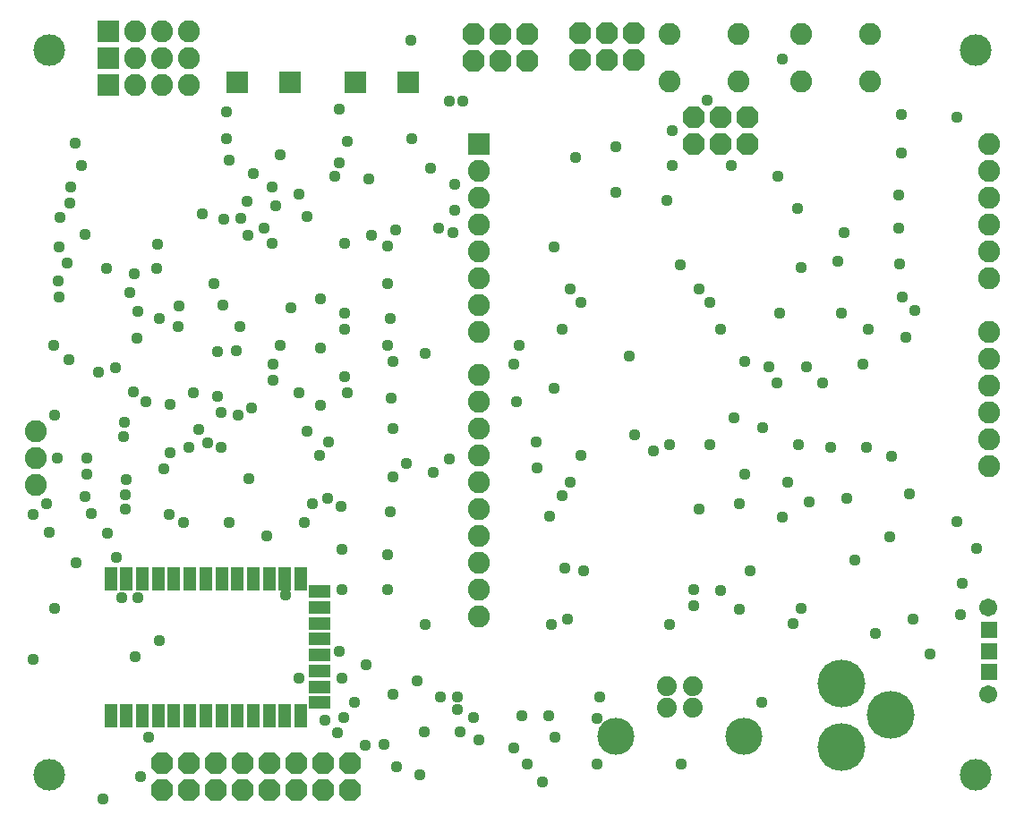
<source format=gbs>
G75*
%MOIN*%
%OFA0B0*%
%FSLAX24Y24*%
%IPPOS*%
%LPD*%
%AMOC8*
5,1,8,0,0,1.08239X$1,22.5*
%
%ADD10C,0.1780*%
%ADD11R,0.0820X0.0820*%
%ADD12C,0.0820*%
%ADD13C,0.1182*%
%ADD14OC8,0.0820*%
%ADD15R,0.0595X0.0595*%
%ADD16C,0.0671*%
%ADD17R,0.0848X0.0848*%
%ADD18C,0.0740*%
%ADD19C,0.1380*%
%ADD20R,0.0474X0.0867*%
%ADD21R,0.0789X0.0474*%
%ADD22C,0.0437*%
D10*
X031317Y003593D03*
X033167Y004774D03*
X031317Y005955D03*
D11*
X017817Y026061D03*
X004017Y028261D03*
X004017Y029261D03*
X004017Y030261D03*
D12*
X005017Y030261D03*
X006017Y030261D03*
X007017Y030261D03*
X007017Y029261D03*
X007017Y028261D03*
X006017Y028261D03*
X005017Y028261D03*
X005017Y029261D03*
X006017Y029261D03*
X017817Y025061D03*
X017817Y024061D03*
X017817Y023061D03*
X017817Y022061D03*
X017817Y021061D03*
X017817Y020061D03*
X017817Y019061D03*
X017817Y017461D03*
X017817Y016461D03*
X017817Y015461D03*
X017817Y014461D03*
X017817Y013461D03*
X017817Y012461D03*
X017817Y011461D03*
X017817Y010461D03*
X017817Y009461D03*
X017817Y008461D03*
X001317Y013361D03*
X001317Y014361D03*
X001317Y015361D03*
X024937Y028371D03*
X024937Y030151D03*
X027497Y030151D03*
X027497Y028371D03*
X029837Y028371D03*
X029837Y030151D03*
X032397Y030151D03*
X032397Y028371D03*
X036817Y026061D03*
X036817Y025061D03*
X036817Y024061D03*
X036817Y023061D03*
X036817Y022061D03*
X036817Y021061D03*
X036817Y019061D03*
X036817Y018061D03*
X036817Y017061D03*
X036817Y016061D03*
X036817Y015061D03*
X036817Y014061D03*
D13*
X001817Y002561D03*
X001817Y029561D03*
X036317Y029561D03*
X036317Y002561D03*
D14*
X013021Y002975D03*
X012021Y002975D03*
X011021Y002975D03*
X010021Y002975D03*
X009021Y002975D03*
X008021Y002975D03*
X007021Y002975D03*
X006021Y002975D03*
X006021Y001975D03*
X007021Y001975D03*
X008021Y001975D03*
X009021Y001975D03*
X010021Y001975D03*
X011021Y001975D03*
X012021Y001975D03*
X013021Y001975D03*
X025817Y026061D03*
X026817Y026061D03*
X027817Y026061D03*
X027817Y027061D03*
X026817Y027061D03*
X025817Y027061D03*
X023587Y029171D03*
X022587Y029171D03*
X021587Y029171D03*
X021587Y030171D03*
X022587Y030171D03*
X023587Y030171D03*
X019617Y030161D03*
X018617Y030161D03*
X017617Y030161D03*
X017617Y029161D03*
X018617Y029161D03*
X019617Y029161D03*
D15*
X036817Y007949D03*
X036817Y007161D03*
X036817Y006374D03*
D16*
X036801Y005547D03*
X036801Y008775D03*
D17*
X015185Y028361D03*
X013217Y028361D03*
X010785Y028361D03*
X008817Y028361D03*
D18*
X024825Y005841D03*
X025809Y005841D03*
X025809Y005061D03*
X024825Y005061D03*
D19*
X022947Y003991D03*
X027687Y003991D03*
D20*
X011203Y004743D03*
X010613Y004743D03*
X010022Y004743D03*
X009432Y004743D03*
X008841Y004743D03*
X008251Y004743D03*
X007660Y004743D03*
X007069Y004743D03*
X006479Y004743D03*
X005888Y004743D03*
X005298Y004743D03*
X004707Y004743D03*
X004117Y004743D03*
X004117Y009861D03*
X004707Y009861D03*
X005298Y009861D03*
X005888Y009861D03*
X006479Y009861D03*
X007069Y009861D03*
X007660Y009861D03*
X008251Y009861D03*
X008841Y009861D03*
X009432Y009861D03*
X010022Y009861D03*
X010613Y009861D03*
X011203Y009861D03*
D21*
X011892Y009369D03*
X011892Y008779D03*
X011892Y008188D03*
X011892Y007597D03*
X011892Y007007D03*
X011892Y006416D03*
X011892Y005826D03*
X011892Y005235D03*
D22*
X012107Y004581D03*
X012577Y004121D03*
X012797Y004681D03*
X013187Y005251D03*
X012717Y006161D03*
X013617Y006661D03*
X012617Y007161D03*
X011117Y006161D03*
X013607Y003661D03*
X014297Y003671D03*
X014767Y002841D03*
X015617Y002561D03*
X015797Y004161D03*
X017017Y004981D03*
X017017Y005461D03*
X016397Y005461D03*
X015517Y006061D03*
X014637Y005561D03*
X017117Y004161D03*
X017617Y004681D03*
X017817Y003861D03*
X019137Y003561D03*
X019617Y002961D03*
X020187Y002291D03*
X020667Y003931D03*
X020417Y004761D03*
X019417Y004761D03*
X022217Y004661D03*
X022317Y005461D03*
X022217Y002961D03*
X025357Y002951D03*
X028367Y005261D03*
X029527Y008171D03*
X029817Y008761D03*
X027917Y010161D03*
X026837Y009401D03*
X027517Y008701D03*
X025817Y008861D03*
X025817Y009461D03*
X024917Y008161D03*
X021717Y010161D03*
X021017Y010261D03*
X021117Y008361D03*
X020517Y008161D03*
X015817Y008161D03*
X014417Y009461D03*
X014417Y010761D03*
X012717Y010941D03*
X011317Y011931D03*
X011627Y012651D03*
X012207Y012851D03*
X012697Y012541D03*
X014517Y012361D03*
X014617Y013661D03*
X015117Y014161D03*
X016137Y013811D03*
X016747Y014311D03*
X014617Y015431D03*
X014567Y016581D03*
X014617Y017961D03*
X014417Y018561D03*
X014517Y019561D03*
X014417Y020861D03*
X012817Y019761D03*
X012827Y019131D03*
X011917Y018461D03*
X012827Y017381D03*
X012937Y016781D03*
X011937Y016301D03*
X011137Y016781D03*
X010177Y017241D03*
X010177Y017841D03*
X010417Y018531D03*
X010817Y019961D03*
X011927Y020291D03*
X012817Y022361D03*
X013817Y022661D03*
X014417Y022261D03*
X014717Y022861D03*
X016347Y022911D03*
X016867Y022761D03*
X016947Y023581D03*
X016917Y024561D03*
X016017Y025161D03*
X015317Y026261D03*
X016717Y027661D03*
X017217Y027661D03*
X015287Y029901D03*
X012617Y027361D03*
X012917Y026161D03*
X012617Y025361D03*
X012467Y024851D03*
X011117Y024191D03*
X010267Y023751D03*
X009817Y022901D03*
X009217Y022661D03*
X008957Y023281D03*
X008317Y023261D03*
X007517Y023461D03*
X005867Y022321D03*
X005817Y021401D03*
X004997Y021211D03*
X004827Y020501D03*
X005137Y019821D03*
X005927Y019561D03*
X006617Y019251D03*
X006677Y020021D03*
X007977Y020861D03*
X008297Y020041D03*
X008917Y019251D03*
X008797Y018331D03*
X008107Y018301D03*
X008097Y016641D03*
X008227Y016041D03*
X008857Y015941D03*
X009367Y016211D03*
X008217Y014761D03*
X007727Y014901D03*
X007407Y015411D03*
X007017Y014761D03*
X006317Y014561D03*
X006087Y013931D03*
X004687Y013561D03*
X004667Y012971D03*
X004677Y012441D03*
X004007Y011541D03*
X003407Y012271D03*
X003167Y012921D03*
X003227Y013741D03*
X003217Y014361D03*
X002117Y014361D03*
X002017Y015961D03*
X003667Y017551D03*
X004287Y017701D03*
X004977Y016821D03*
X005447Y016441D03*
X006327Y016341D03*
X007197Y016791D03*
X004627Y015671D03*
X004607Y015151D03*
X001717Y012661D03*
X001217Y012261D03*
X001837Y011571D03*
X002817Y010441D03*
X004317Y010661D03*
X004517Y009161D03*
X005117Y009161D03*
X005917Y007561D03*
X005017Y006961D03*
X002017Y008761D03*
X001217Y006861D03*
X005517Y003961D03*
X005217Y002471D03*
X003817Y001661D03*
X010617Y009261D03*
X012717Y009461D03*
X009917Y011461D03*
X008537Y011931D03*
X006837Y011941D03*
X006297Y012251D03*
X009277Y013581D03*
X011417Y015361D03*
X012217Y014961D03*
X011887Y014441D03*
X015817Y018261D03*
X019117Y017861D03*
X019317Y018561D03*
X020917Y019161D03*
X021617Y020161D03*
X021247Y020661D03*
X020617Y022211D03*
X022917Y024261D03*
X021417Y025561D03*
X022917Y025961D03*
X025017Y026561D03*
X025017Y025261D03*
X024817Y023961D03*
X027217Y025261D03*
X028967Y024851D03*
X029687Y023661D03*
X031417Y022761D03*
X031187Y021671D03*
X029817Y021461D03*
X029017Y019761D03*
X027717Y017961D03*
X028617Y017761D03*
X028917Y017161D03*
X030017Y017761D03*
X030617Y017161D03*
X032117Y017861D03*
X032317Y019161D03*
X031317Y019761D03*
X033607Y020331D03*
X034067Y019841D03*
X033717Y018861D03*
X033497Y021581D03*
X033457Y022901D03*
X033457Y024151D03*
X033557Y025711D03*
X033577Y027141D03*
X035627Y027041D03*
X029117Y029211D03*
X026337Y027681D03*
X025317Y021551D03*
X026017Y020661D03*
X026417Y020161D03*
X026817Y019161D03*
X023417Y018161D03*
X020617Y016961D03*
X019217Y016461D03*
X019967Y014961D03*
X019997Y013971D03*
X021247Y013461D03*
X020917Y012961D03*
X020477Y012181D03*
X021617Y014461D03*
X023617Y015221D03*
X024327Y014611D03*
X024917Y014861D03*
X026417Y014861D03*
X027317Y015861D03*
X028407Y015471D03*
X029717Y014861D03*
X030917Y014761D03*
X032277Y014761D03*
X033197Y014411D03*
X033857Y013011D03*
X035647Y011971D03*
X036377Y010971D03*
X035837Y009671D03*
X035777Y008521D03*
X034617Y007061D03*
X034007Y008351D03*
X032597Y007821D03*
X031827Y010561D03*
X033147Y011421D03*
X031527Y012861D03*
X030117Y012711D03*
X029317Y013461D03*
X029117Y012161D03*
X027517Y012661D03*
X027717Y013761D03*
X026017Y012461D03*
X013717Y024761D03*
X011437Y023361D03*
X010117Y022361D03*
X009187Y023911D03*
X010117Y024461D03*
X009417Y024961D03*
X008517Y025461D03*
X008417Y026261D03*
X008417Y027261D03*
X010417Y025661D03*
X003977Y021411D03*
X002487Y021621D03*
X002207Y022221D03*
X003167Y022681D03*
X002217Y023301D03*
X002607Y023851D03*
X002617Y024461D03*
X003017Y025261D03*
X002787Y026091D03*
X002177Y020951D03*
X002197Y020341D03*
X002015Y018550D03*
X002557Y018011D03*
X005097Y018801D03*
M02*

</source>
